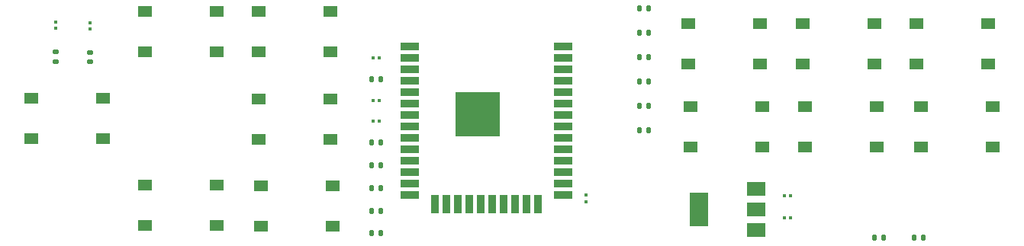
<source format=gbr>
%TF.GenerationSoftware,KiCad,Pcbnew,6.0.6-3a73a75311~116~ubuntu20.04.1*%
%TF.CreationDate,2022-07-28T16:32:39+08:00*%
%TF.ProjectId,Board1,426f6172-6431-42e6-9b69-6361645f7063,rev?*%
%TF.SameCoordinates,Original*%
%TF.FileFunction,Paste,Top*%
%TF.FilePolarity,Positive*%
%FSLAX46Y46*%
G04 Gerber Fmt 4.6, Leading zero omitted, Abs format (unit mm)*
G04 Created by KiCad (PCBNEW 6.0.6-3a73a75311~116~ubuntu20.04.1) date 2022-07-28 16:32:39*
%MOMM*%
%LPD*%
G01*
G04 APERTURE LIST*
G04 Aperture macros list*
%AMRoundRect*
0 Rectangle with rounded corners*
0 $1 Rounding radius*
0 $2 $3 $4 $5 $6 $7 $8 $9 X,Y pos of 4 corners*
0 Add a 4 corners polygon primitive as box body*
4,1,4,$2,$3,$4,$5,$6,$7,$8,$9,$2,$3,0*
0 Add four circle primitives for the rounded corners*
1,1,$1+$1,$2,$3*
1,1,$1+$1,$4,$5*
1,1,$1+$1,$6,$7*
1,1,$1+$1,$8,$9*
0 Add four rect primitives between the rounded corners*
20,1,$1+$1,$2,$3,$4,$5,0*
20,1,$1+$1,$4,$5,$6,$7,0*
20,1,$1+$1,$6,$7,$8,$9,0*
20,1,$1+$1,$8,$9,$2,$3,0*%
G04 Aperture macros list end*
%ADD10R,1.550000X1.300000*%
%ADD11RoundRect,0.135000X-0.135000X-0.185000X0.135000X-0.185000X0.135000X0.185000X-0.135000X0.185000X0*%
%ADD12RoundRect,0.135000X0.135000X0.185000X-0.135000X0.185000X-0.135000X-0.185000X0.135000X-0.185000X0*%
%ADD13RoundRect,0.079500X-0.100500X0.079500X-0.100500X-0.079500X0.100500X-0.079500X0.100500X0.079500X0*%
%ADD14RoundRect,0.079500X-0.079500X-0.100500X0.079500X-0.100500X0.079500X0.100500X-0.079500X0.100500X0*%
%ADD15RoundRect,0.079500X0.100500X-0.079500X0.100500X0.079500X-0.100500X0.079500X-0.100500X-0.079500X0*%
%ADD16R,2.000000X0.900000*%
%ADD17R,0.900000X2.000000*%
%ADD18R,5.000000X5.000000*%
%ADD19RoundRect,0.135000X0.185000X-0.135000X0.185000X0.135000X-0.185000X0.135000X-0.185000X-0.135000X0*%
%ADD20R,2.000000X1.500000*%
%ADD21R,2.000000X3.800000*%
G04 APERTURE END LIST*
D10*
%TO.C,SW76*%
X164565600Y-74204000D03*
X172525600Y-74204000D03*
X164565600Y-78704000D03*
X172525600Y-78704000D03*
%TD*%
%TO.C,SW75*%
X176932000Y-65024000D03*
X184892000Y-65024000D03*
X176932000Y-69524000D03*
X184892000Y-69524000D03*
%TD*%
%TO.C,SW74*%
X177426800Y-74204000D03*
X185386800Y-74204000D03*
X177426800Y-78704000D03*
X185386800Y-78704000D03*
%TD*%
%TO.C,SW73*%
X164301600Y-65024000D03*
X172261600Y-65024000D03*
X164301600Y-69524000D03*
X172261600Y-69524000D03*
%TD*%
%TO.C,SW72*%
X151671200Y-65024000D03*
X159631200Y-65024000D03*
X151671200Y-69524000D03*
X159631200Y-69524000D03*
%TD*%
%TO.C,SW71*%
X151874400Y-74204000D03*
X159834400Y-74204000D03*
X151874400Y-78704000D03*
X159834400Y-78704000D03*
%TD*%
%TO.C,SW64*%
X91371600Y-82941600D03*
X99331600Y-82941600D03*
X91371600Y-87441600D03*
X99331600Y-87441600D03*
%TD*%
%TO.C,SW63*%
X103995400Y-73340400D03*
X111955400Y-73340400D03*
X103995400Y-77840400D03*
X111955400Y-77840400D03*
%TD*%
%TO.C,SW62*%
X78747800Y-73289600D03*
X86707800Y-73289600D03*
X78747800Y-77789600D03*
X86707800Y-77789600D03*
%TD*%
%TO.C,SW61*%
X91371600Y-63637600D03*
X99331600Y-63637600D03*
X91371600Y-68137600D03*
X99331600Y-68137600D03*
%TD*%
%TO.C,SW51*%
X104198600Y-83043200D03*
X112158600Y-83043200D03*
X104198600Y-87543200D03*
X112158600Y-87543200D03*
%TD*%
%TO.C,SW31*%
X103995400Y-63637600D03*
X111955400Y-63637600D03*
X103995400Y-68137600D03*
X111955400Y-68137600D03*
%TD*%
D11*
%TO.C,R41*%
X172260800Y-88747600D03*
X173280800Y-88747600D03*
%TD*%
%TO.C,R42*%
X176680400Y-88747600D03*
X177700400Y-88747600D03*
%TD*%
%TO.C,R74*%
X146200400Y-68701920D03*
X147220400Y-68701920D03*
%TD*%
D12*
%TO.C,R61*%
X117553200Y-78232000D03*
X116533200Y-78232000D03*
%TD*%
D13*
%TO.C,D82*%
X81432400Y-65545700D03*
X81432400Y-64855700D03*
%TD*%
D14*
%TO.C,C31*%
X116698200Y-75844400D03*
X117388200Y-75844400D03*
%TD*%
%TO.C,C11*%
X162265800Y-84124800D03*
X162955800Y-84124800D03*
%TD*%
D15*
%TO.C,C51*%
X140258800Y-84084600D03*
X140258800Y-84774600D03*
%TD*%
D14*
%TO.C,C12*%
X162265800Y-86563200D03*
X162955800Y-86563200D03*
%TD*%
D16*
%TO.C,U2*%
X120735200Y-67556200D03*
X120735200Y-68826200D03*
X120735200Y-70096200D03*
X120735200Y-71366200D03*
X120735200Y-72636200D03*
X120735200Y-73906200D03*
X120735200Y-75176200D03*
X120735200Y-76446200D03*
X120735200Y-77716200D03*
X120735200Y-78986200D03*
X120735200Y-80256200D03*
X120735200Y-81526200D03*
X120735200Y-82796200D03*
X120735200Y-84066200D03*
D17*
X123520200Y-85066200D03*
X124790200Y-85066200D03*
X126060200Y-85066200D03*
X127330200Y-85066200D03*
X128600200Y-85066200D03*
X129870200Y-85066200D03*
X131140200Y-85066200D03*
X132410200Y-85066200D03*
X133680200Y-85066200D03*
X134950200Y-85066200D03*
D16*
X137735200Y-84066200D03*
X137735200Y-82796200D03*
X137735200Y-81526200D03*
X137735200Y-80256200D03*
X137735200Y-78986200D03*
X137735200Y-77716200D03*
X137735200Y-76446200D03*
X137735200Y-75176200D03*
X137735200Y-73906200D03*
X137735200Y-72636200D03*
X137735200Y-71366200D03*
X137735200Y-70096200D03*
X137735200Y-68826200D03*
X137735200Y-67556200D03*
D18*
X128235200Y-75056200D03*
%TD*%
D11*
%TO.C,R73*%
X146200400Y-71404480D03*
X147220400Y-71404480D03*
%TD*%
D19*
%TO.C,R81*%
X85293200Y-69242400D03*
X85293200Y-68222400D03*
%TD*%
D12*
%TO.C,R62*%
X117553200Y-80721200D03*
X116533200Y-80721200D03*
%TD*%
D11*
%TO.C,R75*%
X146200400Y-65999360D03*
X147220400Y-65999360D03*
%TD*%
%TO.C,R31*%
X117553200Y-71170800D03*
X116533200Y-71170800D03*
%TD*%
D20*
%TO.C,U1*%
X159156800Y-83348800D03*
D21*
X152856800Y-85648800D03*
D20*
X159156800Y-85648800D03*
X159156800Y-87948800D03*
%TD*%
D14*
%TO.C,C41*%
X117388200Y-68834000D03*
X116698200Y-68834000D03*
%TD*%
D11*
%TO.C,R76*%
X146200400Y-74107040D03*
X147220400Y-74107040D03*
%TD*%
D12*
%TO.C,R64*%
X117553200Y-85801200D03*
X116533200Y-85801200D03*
%TD*%
D11*
%TO.C,R71*%
X146200400Y-76809600D03*
X147220400Y-76809600D03*
%TD*%
%TO.C,R72*%
X146200400Y-63296800D03*
X147220400Y-63296800D03*
%TD*%
%TO.C,R51*%
X116533200Y-88290400D03*
X117553200Y-88290400D03*
%TD*%
D12*
%TO.C,R63*%
X117553200Y-83261200D03*
X116533200Y-83261200D03*
%TD*%
D19*
%TO.C,R82*%
X81432400Y-69191600D03*
X81432400Y-68171600D03*
%TD*%
D13*
%TO.C,D81*%
X85293200Y-65572200D03*
X85293200Y-64882200D03*
%TD*%
D14*
%TO.C,C42*%
X116698200Y-73507600D03*
X117388200Y-73507600D03*
%TD*%
M02*

</source>
